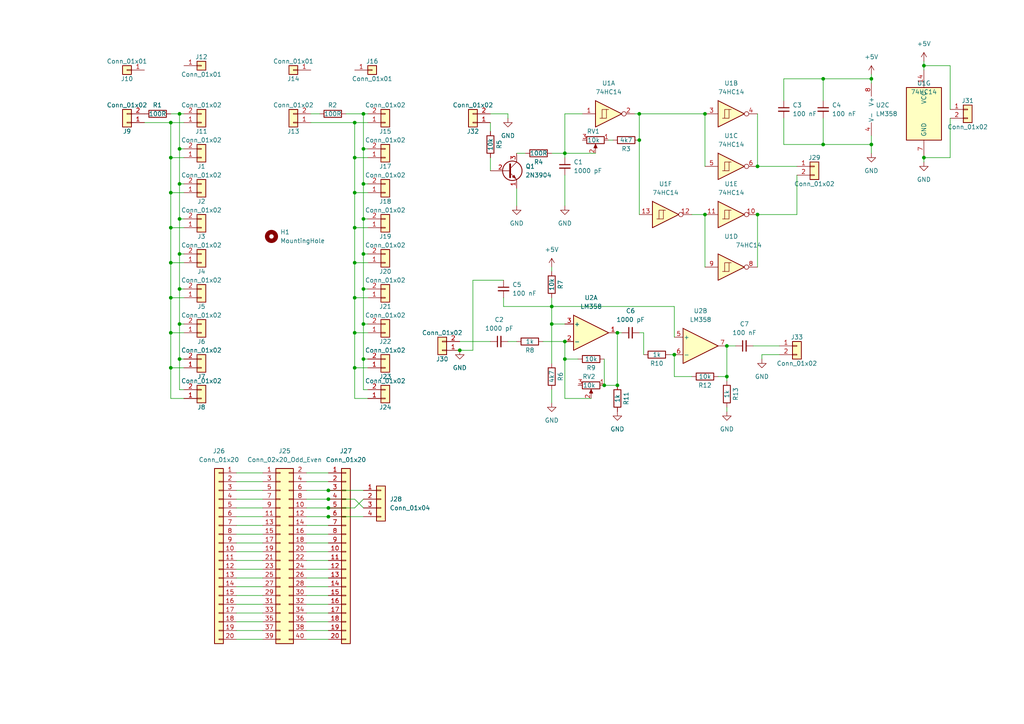
<source format=kicad_sch>
(kicad_sch (version 20230121) (generator eeschema)
  (paper "A4")
  (lib_symbols
    (symbol "74xx:74HC14" (pin_names (offset 1.016))
      (property "Reference" "U" (at 0 1.27 0))
      (property "Value" "74HC14" (at 0 -1.27 0))
      (symbol "74HC14_1_0"
        (polyline (pts (xy -3.81 3.81) (xy -3.81 -3.81) (xy 3.81 0) (xy -3.81 3.81)) (stroke (width 0.254)) (fill (type background)))
        (pin input line (at -7.62 0 0) (length 3.81) (name "~") (number "1"))
        (pin output inverted (at 7.62 0 180) (length 3.81) (name "~") (number "2"))
      )
      (symbol "74HC14_1_1"
        (polyline (pts (xy -1.905 -1.27) (xy -1.905 1.27) (xy -0.635 1.27)))
        (polyline (pts (xy -2.54 -1.27) (xy -0.635 -1.27) (xy -0.635 1.27) (xy 0 1.27)))
      )
      (symbol "74HC14_2_0"
        (polyline (pts (xy -3.81 3.81) (xy -3.81 -3.81) (xy 3.81 0) (xy -3.81 3.81)) (stroke (width 0.254)) (fill (type background)))
        (pin input line (at -7.62 0 0) (length 3.81) (name "~") (number "3"))
        (pin output inverted (at 7.62 0 180) (length 3.81) (name "~") (number "4"))
      )
      (symbol "74HC14_2_1"
        (polyline (pts (xy -1.905 -1.27) (xy -1.905 1.27) (xy -0.635 1.27)))
        (polyline (pts (xy -2.54 -1.27) (xy -0.635 -1.27) (xy -0.635 1.27) (xy 0 1.27)))
      )
      (symbol "74HC14_3_0"
        (polyline (pts (xy -3.81 3.81) (xy -3.81 -3.81) (xy 3.81 0) (xy -3.81 3.81)) (stroke (width 0.254)) (fill (type background)))
        (pin input line (at -7.62 0 0) (length 3.81) (name "~") (number "5"))
        (pin output inverted (at 7.62 0 180) (length 3.81) (name "~") (number "6"))
      )
      (symbol "74HC14_3_1"
        (polyline (pts (xy -1.905 -1.27) (xy -1.905 1.27) (xy -0.635 1.27)))
        (polyline (pts (xy -2.54 -1.27) (xy -0.635 -1.27) (xy -0.635 1.27) (xy 0 1.27)))
      )
      (symbol "74HC14_4_0"
        (polyline (pts (xy -3.81 3.81) (xy -3.81 -3.81) (xy 3.81 0) (xy -3.81 3.81)) (stroke (width 0.254)) (fill (type background)))
        (pin output inverted (at 7.62 0 180) (length 3.81) (name "~") (number "8"))
        (pin input line (at -7.62 0 0) (length 3.81) (name "~") (number "9"))
      )
      (symbol "74HC14_4_1"
        (polyline (pts (xy -1.905 -1.27) (xy -1.905 1.27) (xy -0.635 1.27)))
        (polyline (pts (xy -2.54 -1.27) (xy -0.635 -1.27) (xy -0.635 1.27) (xy 0 1.27)))
      )
      (symbol "74HC14_5_0"
        (polyline (pts (xy -3.81 3.81) (xy -3.81 -3.81) (xy 3.81 0) (xy -3.81 3.81)) (stroke (width 0.254)) (fill (type background)))
        (pin output inverted (at 7.62 0 180) (length 3.81) (name "~") (number "10"))
        (pin input line (at -7.62 0 0) (length 3.81) (name "~") (number "11"))
      )
      (symbol "74HC14_5_1"
        (polyline (pts (xy -1.905 -1.27) (xy -1.905 1.27) (xy -0.635 1.27)))
        (polyline (pts (xy -2.54 -1.27) (xy -0.635 -1.27) (xy -0.635 1.27) (xy 0 1.27)))
      )
      (symbol "74HC14_6_0"
        (polyline (pts (xy -3.81 3.81) (xy -3.81 -3.81) (xy 3.81 0) (xy -3.81 3.81)) (stroke (width 0.254)) (fill (type background)))
        (pin output inverted (at 7.62 0 180) (length 3.81) (name "~") (number "12"))
        (pin input line (at -7.62 0 0) (length 3.81) (name "~") (number "13"))
      )
      (symbol "74HC14_6_1"
        (polyline (pts (xy -1.905 -1.27) (xy -1.905 1.27) (xy -0.635 1.27)))
        (polyline (pts (xy -2.54 -1.27) (xy -0.635 -1.27) (xy -0.635 1.27) (xy 0 1.27)))
      )
      (symbol "74HC14_7_0"
        (pin power_in line (at 0 12.7 270) (length 5.08) (name "VCC") (number "14"))
        (pin power_in line (at 0 -12.7 90) (length 5.08) (name "GND") (number "7"))
      )
      (symbol "74HC14_7_1"
        (rectangle (start -5.08 7.62) (end 5.08 -7.62) (stroke (width 0.254)) (fill (type background)))
      )
    )
    (symbol "AdapterBoard-rescue:C_Small" (pin_numbers hide) (pin_names (offset 0.254) hide)
      (property "Reference" "C" (at 0.254 1.778 0))
      (property "Value" "C_Small" (at 0.254 -2.032 0))
      (symbol "C_Small_0_1"
        (polyline (pts (xy -1.524 -0.508) (xy 1.524 -0.508)) (stroke (width 0.3302)))
        (polyline (pts (xy -1.524 0.508) (xy 1.524 0.508)) (stroke (width 0.3048)))
      )
      (symbol "C_Small_1_1"
        (pin passive line (at 0 2.54 270) (length 2.032) (name "~") (number "1"))
        (pin passive line (at 0 -2.54 90) (length 2.032) (name "~") (number "2"))
      )
    )
    (symbol "AdapterBoard-rescue:Conn_01x01" (pin_names (offset 1.016) hide)
      (property "Reference" "J" (at 0 2.54 0))
      (property "Value" "Conn_01x01" (at 0 -2.54 0))
      (symbol "Conn_01x01_1_1"
        (rectangle (start -1.27 0.127) (end 0 -0.127) (stroke (width 0.1524)))
        (rectangle (start -1.27 1.27) (end 1.27 -1.27) (stroke (width 0.254)) (fill (type background)))
        (pin passive line (at -5.08 0 0) (length 3.81) (name "Pin_1") (number "1"))
      )
    )
    (symbol "AdapterBoard-rescue:Conn_01x02" (pin_names (offset 1.016) hide)
      (property "Reference" "J" (at 0 2.54 0))
      (property "Value" "Conn_01x02" (at 0 -5.08 0))
      (symbol "Conn_01x02_1_1"
        (rectangle (start -1.27 -2.413) (end 0 -2.667) (stroke (width 0.1524)))
        (rectangle (start -1.27 0.127) (end 0 -0.127) (stroke (width 0.1524)))
        (rectangle (start -1.27 1.27) (end 1.27 -3.81) (stroke (width 0.254)) (fill (type background)))
        (pin passive line (at -5.08 0 0) (length 3.81) (name "Pin_1") (number "1"))
        (pin passive line (at -5.08 -2.54 0) (length 3.81) (name "Pin_2") (number "2"))
      )
    )
    (symbol "AdapterBoard-rescue:Conn_01x04" (pin_names (offset 1.016) hide)
      (property "Reference" "J" (at 0 5.08 0))
      (property "Value" "Conn_01x04" (at 0 -7.62 0))
      (symbol "Conn_01x04_1_1"
        (rectangle (start -1.27 -4.953) (end 0 -5.207) (stroke (width 0.1524)))
        (rectangle (start -1.27 -2.413) (end 0 -2.667) (stroke (width 0.1524)))
        (rectangle (start -1.27 0.127) (end 0 -0.127) (stroke (width 0.1524)))
        (rectangle (start -1.27 2.667) (end 0 2.413) (stroke (width 0.1524)))
        (rectangle (start -1.27 3.81) (end 1.27 -6.35) (stroke (width 0.254)) (fill (type background)))
        (pin passive line (at -5.08 2.54 0) (length 3.81) (name "Pin_1") (number "1"))
        (pin passive line (at -5.08 0 0) (length 3.81) (name "Pin_2") (number "2"))
        (pin passive line (at -5.08 -2.54 0) (length 3.81) (name "Pin_3") (number "3"))
        (pin passive line (at -5.08 -5.08 0) (length 3.81) (name "Pin_4") (number "4"))
      )
    )
    (symbol "AdapterBoard-rescue:R" (pin_numbers hide) (pin_names (offset 0))
      (property "Reference" "R" (at 2.032 0 90))
      (property "Value" "R" (at 0 0 90))
      (symbol "R_0_1"
        (rectangle (start -1.016 -2.54) (end 1.016 2.54) (stroke (width 0.254)))
      )
      (symbol "R_1_1"
        (pin passive line (at 0 3.81 270) (length 1.27) (name "~") (number "1"))
        (pin passive line (at 0 -3.81 90) (length 1.27) (name "~") (number "2"))
      )
    )
    (symbol "Amplifier_Operational:LM358" (pin_names (offset 0.127))
      (property "Reference" "U" (at 0 5.08 0))
      (property "Value" "LM358" (at 0 -5.08 0))
      (symbol "LM358_1_1"
        (polyline (pts (xy -5.08 5.08) (xy 5.08 0) (xy -5.08 -5.08) (xy -5.08 5.08)) (stroke (width 0.254)) (fill (type background)))
        (pin output line (at 7.62 0 180) (length 2.54) (name "~") (number "1"))
        (pin input line (at -7.62 -2.54 0) (length 2.54) (name "-") (number "2"))
        (pin input line (at -7.62 2.54 0) (length 2.54) (name "+") (number "3"))
      )
      (symbol "LM358_2_1"
        (polyline (pts (xy -5.08 5.08) (xy 5.08 0) (xy -5.08 -5.08) (xy -5.08 5.08)) (stroke (width 0.254)) (fill (type background)))
        (pin input line (at -7.62 2.54 0) (length 2.54) (name "+") (number "5"))
        (pin input line (at -7.62 -2.54 0) (length 2.54) (name "-") (number "6"))
        (pin output line (at 7.62 0 180) (length 2.54) (name "~") (number "7"))
      )
      (symbol "LM358_3_1"
        (pin power_in line (at -2.54 -7.62 90) (length 3.81) (name "V-") (number "4"))
        (pin power_in line (at -2.54 7.62 270) (length 3.81) (name "V+") (number "8"))
      )
    )
    (symbol "Connector_Generic:Conn_01x20" (pin_names (offset 1.016) hide)
      (property "Reference" "J" (at 0 25.4 0))
      (property "Value" "Conn_01x20" (at 0 -27.94 0))
      (symbol "Conn_01x20_1_1"
        (rectangle (start -1.27 -25.273) (end 0 -25.527) (stroke (width 0.1524)))
        (rectangle (start -1.27 -22.733) (end 0 -22.987) (stroke (width 0.1524)))
        (rectangle (start -1.27 -20.193) (end 0 -20.447) (stroke (width 0.1524)))
        (rectangle (start -1.27 -17.653) (end 0 -17.907) (stroke (width 0.1524)))
        (rectangle (start -1.27 -15.113) (end 0 -15.367) (stroke (width 0.1524)))
        (rectangle (start -1.27 -12.573) (end 0 -12.827) (stroke (width 0.1524)))
        (rectangle (start -1.27 -10.033) (end 0 -10.287) (stroke (width 0.1524)))
        (rectangle (start -1.27 -7.493) (end 0 -7.747) (stroke (width 0.1524)))
        (rectangle (start -1.27 -4.953) (end 0 -5.207) (stroke (width 0.1524)))
        (rectangle (start -1.27 -2.413) (end 0 -2.667) (stroke (width 0.1524)))
        (rectangle (start -1.27 0.127) (end 0 -0.127) (stroke (width 0.1524)))
        (rectangle (start -1.27 2.667) (end 0 2.413) (stroke (width 0.1524)))
        (rectangle (start -1.27 5.207) (end 0 4.953) (stroke (width 0.1524)))
        (rectangle (start -1.27 7.747) (end 0 7.493) (stroke (width 0.1524)))
        (rectangle (start -1.27 10.287) (end 0 10.033) (stroke (width 0.1524)))
        (rectangle (start -1.27 12.827) (end 0 12.573) (stroke (width 0.1524)))
        (rectangle (start -1.27 15.367) (end 0 15.113) (stroke (width 0.1524)))
        (rectangle (start -1.27 17.907) (end 0 17.653) (stroke (width 0.1524)))
        (rectangle (start -1.27 20.447) (end 0 20.193) (stroke (width 0.1524)))
        (rectangle (start -1.27 22.987) (end 0 22.733) (stroke (width 0.1524)))
        (rectangle (start -1.27 24.13) (end 1.27 -26.67) (stroke (width 0.254)) (fill (type background)))
        (pin passive line (at -5.08 22.86 0) (length 3.81) (name "Pin_1") (number "1"))
        (pin passive line (at -5.08 0 0) (length 3.81) (name "Pin_10") (number "10"))
        (pin passive line (at -5.08 -2.54 0) (length 3.81) (name "Pin_11") (number "11"))
        (pin passive line (at -5.08 -5.08 0) (length 3.81) (name "Pin_12") (number "12"))
        (pin passive line (at -5.08 -7.62 0) (length 3.81) (name "Pin_13") (number "13"))
        (pin passive line (at -5.08 -10.16 0) (length 3.81) (name "Pin_14") (number "14"))
        (pin passive line (at -5.08 -12.7 0) (length 3.81) (name "Pin_15") (number "15"))
        (pin passive line (at -5.08 -15.24 0) (length 3.81) (name "Pin_16") (number "16"))
        (pin passive line (at -5.08 -17.78 0) (length 3.81) (name "Pin_17") (number "17"))
        (pin passive line (at -5.08 -20.32 0) (length 3.81) (name "Pin_18") (number "18"))
        (pin passive line (at -5.08 -22.86 0) (length 3.81) (name "Pin_19") (number "19"))
        (pin passive line (at -5.08 20.32 0) (length 3.81) (name "Pin_2") (number "2"))
        (pin passive line (at -5.08 -25.4 0) (length 3.81) (name "Pin_20") (number "20"))
        (pin passive line (at -5.08 17.78 0) (length 3.81) (name "Pin_3") (number "3"))
        (pin passive line (at -5.08 15.24 0) (length 3.81) (name "Pin_4") (number "4"))
        (pin passive line (at -5.08 12.7 0) (length 3.81) (name "Pin_5") (number "5"))
        (pin passive line (at -5.08 10.16 0) (length 3.81) (name "Pin_6") (number "6"))
        (pin passive line (at -5.08 7.62 0) (length 3.81) (name "Pin_7") (number "7"))
        (pin passive line (at -5.08 5.08 0) (length 3.81) (name "Pin_8") (number "8"))
        (pin passive line (at -5.08 2.54 0) (length 3.81) (name "Pin_9") (number "9"))
      )
    )
    (symbol "Connector_Generic:Conn_02x20_Odd_Even" (pin_names (offset 1.016) hide)
      (property "Reference" "J" (at 1.27 25.4 0))
      (property "Value" "Conn_02x20_Odd_Even" (at 1.27 -27.94 0))
      (symbol "Conn_02x20_Odd_Even_1_1"
        (rectangle (start -1.27 -25.273) (end 0 -25.527) (stroke (width 0.1524)))
        (rectangle (start -1.27 -22.733) (end 0 -22.987) (stroke (width 0.1524)))
        (rectangle (start -1.27 -20.193) (end 0 -20.447) (stroke (width 0.1524)))
        (rectangle (start -1.27 -17.653) (end 0 -17.907) (stroke (width 0.1524)))
        (rectangle (start -1.27 -15.113) (end 0 -15.367) (stroke (width 0.1524)))
        (rectangle (start -1.27 -12.573) (end 0 -12.827) (stroke (width 0.1524)))
        (rectangle (start -1.27 -10.033) (end 0 -10.287) (stroke (width 0.1524)))
        (rectangle (start -1.27 -7.493) (end 0 -7.747) (stroke (width 0.1524)))
        (rectangle (start -1.27 -4.953) (end 0 -5.207) (stroke (width 0.1524)))
        (rectangle (start -1.27 -2.413) (end 0 -2.667) (stroke (width 0.1524)))
        (rectangle (start -1.27 0.127) (end 0 -0.127) (stroke (width 0.1524)))
        (rectangle (start -1.27 2.667) (end 0 2.413) (stroke (width 0.1524)))
        (rectangle (start -1.27 5.207) (end 0 4.953) (stroke (width 0.1524)))
        (rectangle (start -1.27 7.747) (end 0 7.493) (stroke (width 0.1524)))
        (rectangle (start -1.27 10.287) (end 0 10.033) (stroke (width 0.1524)))
        (rectangle (start -1.27 12.827) (end 0 12.573) (stroke (width 0.1524)))
        (rectangle (start -1.27 15.367) (end 0 15.113) (stroke (width 0.1524)))
        (rectangle (start -1.27 17.907) (end 0 17.653) (stroke (width 0.1524)))
        (rectangle (start -1.27 20.447) (end 0 20.193) (stroke (width 0.1524)))
        (rectangle (start -1.27 22.987) (end 0 22.733) (stroke (width 0.1524)))
        (rectangle (start -1.27 24.13) (end 3.81 -26.67) (stroke (width 0.254)) (fill (type background)))
        (rectangle (start 3.81 -25.273) (end 2.54 -25.527) (stroke (width 0.1524)))
        (rectangle (start 3.81 -22.733) (end 2.54 -22.987) (stroke (width 0.1524)))
        (rectangle (start 3.81 -20.193) (end 2.54 -20.447) (stroke (width 0.1524)))
        (rectangle (start 3.81 -17.653) (end 2.54 -17.907) (stroke (width 0.1524)))
        (rectangle (start 3.81 -15.113) (end 2.54 -15.367) (stroke (width 0.1524)))
        (rectangle (start 3.81 -12.573) (end 2.54 -12.827) (stroke (width 0.1524)))
        (rectangle (start 3.81 -10.033) (end 2.54 -10.287) (stroke (width 0.1524)))
        (rectangle (start 3.81 -7.493) (end 2.54 -7.747) (stroke (width 0.1524)))
        (rectangle (start 3.81 -4.953) (end 2.54 -5.207) (stroke (width 0.1524)))
        (rectangle (start 3.81 -2.413) (end 2.54 -2.667) (stroke (width 0.1524)))
        (rectangle (start 3.81 0.127) (end 2.54 -0.127) (stroke (width 0.1524)))
        (rectangle (start 3.81 2.667) (end 2.54 2.413) (stroke (width 0.1524)))
        (rectangle (start 3.81 5.207) (end 2.54 4.953) (stroke (width 0.1524)))
        (rectangle (start 3.81 7.747) (end 2.54 7.493) (stroke (width 0.1524)))
        (rectangle (start 3.81 10.287) (end 2.54 10.033) (stroke (width 0.1524)))
        (rectangle (start 3.81 12.827) (end 2.54 12.573) (stroke (width 0.1524)))
        (rectangle (start 3.81 15.367) (end 2.54 15.113) (stroke (width 0.1524)))
        (rectangle (start 3.81 17.907) (end 2.54 17.653) (stroke (width 0.1524)))
        (rectangle (start 3.81 20.447) (end 2.54 20.193) (stroke (width 0.1524)))
        (rectangle (start 3.81 22.987) (end 2.54 22.733) (stroke (width 0.1524)))
        (pin passive line (at -5.08 22.86 0) (length 3.81) (name "Pin_1") (number "1"))
        (pin passive line (at 7.62 12.7 180) (length 3.81) (name "Pin_10") (number "10"))
        (pin passive line (at -5.08 10.16 0) (length 3.81) (name "Pin_11") (number "11"))
        (pin passive line (at 7.62 10.16 180) (length 3.81) (name "Pin_12") (number "12"))
        (pin passive line (at -5.08 7.62 0) (length 3.81) (name "Pin_13") (number "13"))
        (pin passive line (at 7.62 7.62 180) (length 3.81) (name "Pin_14") (number "14"))
        (pin passive line (at -5.08 5.08 0) (length 3.81) (name "Pin_15") (number "15"))
        (pin passive line (at 7.62 5.08 180) (length 3.81) (name "Pin_16") (number "16"))
        (pin passive line (at -5.08 2.54 0) (length 3.81) (name "Pin_17") (number "17"))
        (pin passive line (at 7.62 2.54 180) (length 3.81) (name "Pin_18") (number "18"))
        (pin passive line (at -5.08 0 0) (length 3.81) (name "Pin_19") (number "19"))
        (pin passive line (at 7.62 22.86 180) (length 3.81) (name "Pin_2") (number "2"))
        (pin passive line (at 7.62 0 180) (length 3.81) (name "Pin_20") (number "20"))
        (pin passive line (at -5.08 -2.54 0) (length 3.81) (name "Pin_21") (number "21"))
        (pin passive line (at 7.62 -2.54 180) (length 3.81) (name "Pin_22") (number "22"))
        (pin passive line (at -5.08 -5.08 0) (length 3.81) (name "Pin_23") (number "23"))
        (pin passive line (at 7.62 -5.08 180) (length 3.81) (name "Pin_24") (number "24"))
        (pin passive line (at -5.08 -7.62 0) (length 3.81) (name "Pin_25") (number "25"))
        (pin passive line (at 7.62 -7.62 180) (length 3.81) (name "Pin_26") (number "26"))
        (pin passive line (at -5.08 -10.16 0) (length 3.81) (name "Pin_27") (number "27"))
        (pin passive line (at 7.62 -10.16 180) (length 3.81) (name "Pin_28") (number "28"))
        (pin passive line (at -5.08 -12.7 0) (length 3.81) (name "Pin_29") (number "29"))
        (pin passive line (at -5.08 20.32 0) (length 3.81) (name "Pin_3") (number "3"))
        (pin passive line (at 7.62 -12.7 180) (length 3.81) (name "Pin_30") (number "30"))
        (pin passive line (at -5.08 -15.24 0) (length 3.81) (name "Pin_31") (number "31"))
        (pin passive line (at 7.62 -15.24 180) (length 3.81) (name "Pin_32") (number "32"))
        (pin passive line (at -5.08 -17.78 0) (length 3.81) (name "Pin_33") (number "33"))
        (pin passive line (at 7.62 -17.78 180) (length 3.81) (name "Pin_34") (number "34"))
        (pin passive line (at -5.08 -20.32 0) (length 3.81) (name "Pin_35") (number "35"))
        (pin passive line (at 7.62 -20.32 180) (length 3.81) (name "Pin_36") (number "36"))
        (pin passive line (at -5.08 -22.86 0) (length 3.81) (name "Pin_37") (number "37"))
        (pin passive line (at 7.62 -22.86 180) (length 3.81) (name "Pin_38") (number "38"))
        (pin passive line (at -5.08 -25.4 0) (length 3.81) (name "Pin_39") (number "39"))
        (pin passive line (at 7.62 20.32 180) (length 3.81) (name "Pin_4") (number "4"))
        (pin passive line (at 7.62 -25.4 180) (length 3.81) (name "Pin_40") (number "40"))
        (pin passive line (at -5.08 17.78 0) (length 3.81) (name "Pin_5") (number "5"))
        (pin passive line (at 7.62 17.78 180) (length 3.81) (name "Pin_6") (number "6"))
        (pin passive line (at -5.08 15.24 0) (length 3.81) (name "Pin_7") (number "7"))
        (pin passive line (at 7.62 15.24 180) (length 3.81) (name "Pin_8") (number "8"))
        (pin passive line (at -5.08 12.7 0) (length 3.81) (name "Pin_9") (number "9"))
      )
    )
    (symbol "Device:R_Potentiometer" (pin_names (offset 1.016) hide)
      (property "Reference" "RV" (at -4.445 0 90))
      (property "Value" "R_Potentiometer" (at -2.54 0 90))
      (symbol "R_Potentiometer_0_1"
        (polyline (pts (xy 2.54 0) (xy 1.524 0)))
        (polyline (pts (xy 1.143 0) (xy 2.286 0.508) (xy 2.286 -0.508) (xy 1.143 0)) (fill (type outline)))
        (rectangle (start 1.016 2.54) (end -1.016 -2.54) (stroke (width 0.254)))
      )
      (symbol "R_Potentiometer_1_1"
        (pin passive line (at 0 3.81 270) (length 1.27) (name "1") (number "1"))
        (pin passive line (at 3.81 0 180) (length 1.27) (name "2") (number "2"))
        (pin passive line (at 0 -3.81 90) (length 1.27) (name "3") (number "3"))
      )
    )
    (symbol "Mechanical:MountingHole" (pin_names (offset 1.016))
      (property "Reference" "H" (at 0 5.08 0))
      (property "Value" "MountingHole" (at 0 3.175 0))
      (symbol "MountingHole_0_1"
        (circle (center 0 0) (radius 1.27) (stroke (width 1.27)))
      )
    )
    (symbol "Transistor_BJT:2N3904" (pin_names (offset 0) hide)
      (property "Reference" "Q" (at 5.08 1.905 0))
      (property "Value" "2N3904" (at 5.08 0 0))
      (symbol "2N3904_0_1"
        (polyline (pts (xy 0.635 0.635) (xy 2.54 2.54)))
        (polyline (pts (xy 0.635 -0.635) (xy 2.54 -2.54) (xy 2.54 -2.54)))
        (polyline (pts (xy 0.635 1.905) (xy 0.635 -1.905) (xy 0.635 -1.905)) (stroke (width 0.508)))
        (polyline (pts (xy 1.27 -1.778) (xy 1.778 -1.27) (xy 2.286 -2.286) (xy 1.27 -1.778) (xy 1.27 -1.778)) (fill (type outline)))
        (circle (center 1.27 0) (radius 2.8194) (stroke (width 0.254)))
      )
      (symbol "2N3904_1_1"
        (pin passive line (at 2.54 -5.08 90) (length 2.54) (name "E") (number "1"))
        (pin passive line (at -5.08 0 0) (length 5.715) (name "B") (number "2"))
        (pin passive line (at 2.54 5.08 270) (length 2.54) (name "C") (number "3"))
      )
    )
    (symbol "power:+5V" (power) (pin_names (offset 0))
      (property "Value" "+5V" (at 0 3.556 0))
      (symbol "+5V_0_1"
        (polyline (pts (xy -0.762 1.27) (xy 0 2.54)))
        (polyline (pts (xy 0 0) (xy 0 2.54)))
        (polyline (pts (xy 0 2.54) (xy 0.762 1.27)))
      )
      (symbol "+5V_1_1"
        (pin power_in line (at 0 0 90) (length 0) hide (name "+5V") (number "1"))
      )
    )
    (symbol "power:GND" (power) (pin_names (offset 0))
      (property "Value" "GND" (at 0 -3.81 0))
      (symbol "GND_0_1"
        (polyline (pts (xy 0 0) (xy 0 -1.27) (xy 1.27 -1.27) (xy 0 -2.54) (xy -1.27 -1.27) (xy 0 -1.27)))
      )
      (symbol "GND_1_1"
        (pin power_in line (at 0 0 270) (length 0) hide (name "GND") (number "1"))
      )
    )
  )
  (junction (at 49.53 35.56))
  (junction (at 95.25 144.78))
  (junction (at 204.47 62.23))
  (junction (at 102.87 86.36))
  (junction (at 105.41 73.66))
  (junction (at 52.07 63.5))
  (junction (at 49.53 106.68))
  (junction (at 105.41 33.02))
  (junction (at 105.41 63.5))
  (junction (at 267.97 45.72))
  (junction (at 133.35 101.6))
  (junction (at 52.07 33.02))
  (junction (at 95.25 142.24))
  (junction (at 219.71 48.26))
  (junction (at 49.53 86.36))
  (junction (at 49.53 55.88))
  (junction (at 163.83 104.14))
  (junction (at 105.41 43.18))
  (junction (at 102.87 45.72))
  (junction (at 210.82 109.22))
  (junction (at 105.41 83.82))
  (junction (at 252.73 41.91))
  (junction (at 238.76 41.91))
  (junction (at 102.87 96.52))
  (junction (at 210.82 100.33))
  (junction (at 163.83 44.45))
  (junction (at 105.41 104.14))
  (junction (at 49.53 96.52))
  (junction (at 52.07 83.82))
  (junction (at 102.87 76.2))
  (junction (at 102.87 35.56))
  (junction (at 267.97 19.05))
  (junction (at 52.07 43.18))
  (junction (at 160.02 88.9))
  (junction (at 105.41 93.98))
  (junction (at 179.07 96.52))
  (junction (at 52.07 93.98))
  (junction (at 175.26 111.76))
  (junction (at 102.87 106.68))
  (junction (at 204.47 33.02))
  (junction (at 52.07 104.14))
  (junction (at 105.41 53.34))
  (junction (at 219.71 62.23))
  (junction (at 179.07 111.76))
  (junction (at 52.07 53.34))
  (junction (at 160.02 93.98))
  (junction (at 95.25 149.86))
  (junction (at 52.07 73.66))
  (junction (at 238.76 22.86))
  (junction (at 49.53 45.72))
  (junction (at 49.53 76.2))
  (junction (at 102.87 55.88))
  (junction (at 163.83 99.06))
  (junction (at 185.42 40.64))
  (junction (at 252.73 22.86))
  (junction (at 195.58 102.87))
  (junction (at 185.42 33.02))
  (junction (at 49.53 66.04))
  (junction (at 95.25 147.32))
  (junction (at 102.87 66.04))
  (wire (pts (xy 68.58 175.26) (xy 76.2 175.26)))
  (wire (pts (xy 175.26 104.14) (xy 175.26 111.76)))
  (wire (pts (xy 147.32 99.06) (xy 149.86 99.06)))
  (wire (pts (xy 163.83 99.06) (xy 163.83 104.14)))
  (wire (pts (xy 52.07 63.5) (xy 53.34 63.5)))
  (wire (pts (xy 105.41 93.98) (xy 105.41 104.14)))
  (wire (pts (xy 49.53 33.02) (xy 52.07 33.02)))
  (wire (pts (xy 88.9 182.88) (xy 95.25 182.88)))
  (wire (pts (xy 68.58 162.56) (xy 76.2 162.56)))
  (wire (pts (xy 52.07 83.82) (xy 52.07 93.98)))
  (wire (pts (xy 105.41 53.34) (xy 106.68 53.34)))
  (wire (pts (xy 252.73 21.59) (xy 252.73 22.86)))
  (wire (pts (xy 102.87 86.36) (xy 102.87 96.52)))
  (wire (pts (xy 105.41 73.66) (xy 106.68 73.66)))
  (wire (pts (xy 49.53 35.56) (xy 41.91 35.56)))
  (wire (pts (xy 88.9 147.32) (xy 95.25 147.32)))
  (wire (pts (xy 53.34 43.18) (xy 52.07 43.18)))
  (wire (pts (xy 68.58 139.7) (xy 76.2 139.7)))
  (wire (pts (xy 146.05 88.9) (xy 160.02 88.9)))
  (wire (pts (xy 105.41 33.02) (xy 106.68 33.02)))
  (wire (pts (xy 49.53 96.52) (xy 49.53 106.68)))
  (wire (pts (xy 88.9 172.72) (xy 95.25 172.72)))
  (wire (pts (xy 88.9 152.4) (xy 95.25 152.4)))
  (wire (pts (xy 49.53 76.2) (xy 49.53 86.36)))
  (wire (pts (xy 210.82 100.33) (xy 213.36 100.33)))
  (wire (pts (xy 105.41 53.34) (xy 105.41 63.5)))
  (wire (pts (xy 252.73 22.86) (xy 252.73 24.13)))
  (wire (pts (xy 88.9 185.42) (xy 95.25 185.42)))
  (wire (pts (xy 52.07 73.66) (xy 53.34 73.66)))
  (wire (pts (xy 95.25 149.86) (xy 105.41 149.86)))
  (wire (pts (xy 88.9 165.1) (xy 95.25 165.1)))
  (wire (pts (xy 95.25 147.32) (xy 102.87 147.32)))
  (wire (pts (xy 105.41 43.18) (xy 105.41 53.34)))
  (wire (pts (xy 137.16 81.28) (xy 146.05 81.28)))
  (wire (pts (xy 88.9 175.26) (xy 95.25 175.26)))
  (wire (pts (xy 105.41 73.66) (xy 105.41 83.82)))
  (wire (pts (xy 133.35 99.06) (xy 142.24 99.06)))
  (wire (pts (xy 88.9 144.78) (xy 95.25 144.78)))
  (wire (pts (xy 100.33 33.02) (xy 105.41 33.02)))
  (wire (pts (xy 68.58 160.02) (xy 76.2 160.02)))
  (wire (pts (xy 102.87 66.04) (xy 106.68 66.04)))
  (wire (pts (xy 105.41 63.5) (xy 105.41 73.66)))
  (wire (pts (xy 185.42 96.52) (xy 186.69 96.52)))
  (wire (pts (xy 226.06 102.87) (xy 220.98 102.87)))
  (wire (pts (xy 52.07 53.34) (xy 53.34 53.34)))
  (wire (pts (xy 160.02 93.98) (xy 163.83 93.98)))
  (wire (pts (xy 88.9 177.8) (xy 95.25 177.8)))
  (wire (pts (xy 227.33 41.91) (xy 238.76 41.91)))
  (wire (pts (xy 163.83 115.57) (xy 171.45 115.57)))
  (wire (pts (xy 105.41 104.14) (xy 106.68 104.14)))
  (wire (pts (xy 102.87 76.2) (xy 102.87 86.36)))
  (wire (pts (xy 49.53 76.2) (xy 53.34 76.2)))
  (wire (pts (xy 179.07 111.76) (xy 175.26 111.76)))
  (wire (pts (xy 163.83 33.02) (xy 168.91 33.02)))
  (wire (pts (xy 52.07 93.98) (xy 53.34 93.98)))
  (wire (pts (xy 88.9 139.7) (xy 95.25 139.7)))
  (wire (pts (xy 49.53 66.04) (xy 53.34 66.04)))
  (wire (pts (xy 163.83 33.02) (xy 163.83 44.45)))
  (wire (pts (xy 68.58 142.24) (xy 76.2 142.24)))
  (wire (pts (xy 68.58 157.48) (xy 76.2 157.48)))
  (wire (pts (xy 210.82 109.22) (xy 208.28 109.22)))
  (wire (pts (xy 68.58 177.8) (xy 76.2 177.8)))
  (wire (pts (xy 204.47 62.23) (xy 204.47 77.47)))
  (wire (pts (xy 105.41 83.82) (xy 105.41 93.98)))
  (wire (pts (xy 160.02 88.9) (xy 195.58 88.9)))
  (wire (pts (xy 195.58 102.87) (xy 195.58 109.22)))
  (wire (pts (xy 184.15 33.02) (xy 185.42 33.02)))
  (wire (pts (xy 95.25 144.78) (xy 102.87 144.78)))
  (wire (pts (xy 210.82 109.22) (xy 210.82 110.49)))
  (wire (pts (xy 275.59 19.05) (xy 275.59 31.75)))
  (wire (pts (xy 49.53 55.88) (xy 49.53 66.04)))
  (wire (pts (xy 49.53 55.88) (xy 53.34 55.88)))
  (wire (pts (xy 49.53 106.68) (xy 53.34 106.68)))
  (wire (pts (xy 163.83 59.69) (xy 163.83 50.8)))
  (wire (pts (xy 219.71 33.02) (xy 219.71 48.26)))
  (wire (pts (xy 195.58 109.22) (xy 200.66 109.22)))
  (wire (pts (xy 147.32 34.29) (xy 147.32 33.02)))
  (wire (pts (xy 105.41 33.02) (xy 105.41 43.18)))
  (wire (pts (xy 238.76 22.86) (xy 252.73 22.86)))
  (wire (pts (xy 102.87 76.2) (xy 106.68 76.2)))
  (wire (pts (xy 52.07 43.18) (xy 52.07 53.34)))
  (wire (pts (xy 88.9 170.18) (xy 95.25 170.18)))
  (wire (pts (xy 163.83 104.14) (xy 163.83 115.57)))
  (wire (pts (xy 49.53 86.36) (xy 49.53 96.52)))
  (wire (pts (xy 88.9 180.34) (xy 95.25 180.34)))
  (wire (pts (xy 220.98 102.87) (xy 220.98 104.14)))
  (wire (pts (xy 49.53 35.56) (xy 49.53 45.72)))
  (wire (pts (xy 52.07 113.03) (xy 53.34 113.03)))
  (wire (pts (xy 219.71 62.23) (xy 219.71 77.47)))
  (wire (pts (xy 102.87 106.68) (xy 106.68 106.68)))
  (wire (pts (xy 52.07 104.14) (xy 52.07 113.03)))
  (wire (pts (xy 88.9 160.02) (xy 95.25 160.02)))
  (wire (pts (xy 267.97 45.72) (xy 275.59 45.72)))
  (wire (pts (xy 68.58 147.32) (xy 76.2 147.32)))
  (wire (pts (xy 163.83 104.14) (xy 167.64 104.14)))
  (wire (pts (xy 105.41 113.03) (xy 106.68 113.03)))
  (wire (pts (xy 49.53 106.68) (xy 49.53 115.57)))
  (wire (pts (xy 88.9 162.56) (xy 95.25 162.56)))
  (wire (pts (xy 102.87 115.57) (xy 106.68 115.57)))
  (wire (pts (xy 204.47 33.02) (xy 204.47 48.26)))
  (wire (pts (xy 160.02 113.03) (xy 160.02 116.84)))
  (wire (pts (xy 52.07 93.98) (xy 52.07 104.14)))
  (wire (pts (xy 210.82 118.11) (xy 210.82 119.38)))
  (wire (pts (xy 68.58 170.18) (xy 76.2 170.18)))
  (wire (pts (xy 88.9 157.48) (xy 95.25 157.48)))
  (wire (pts (xy 52.07 33.02) (xy 52.07 43.18)))
  (wire (pts (xy 102.87 96.52) (xy 102.87 106.68)))
  (wire (pts (xy 102.87 106.68) (xy 102.87 115.57)))
  (wire (pts (xy 160.02 105.41) (xy 160.02 93.98)))
  (wire (pts (xy 231.14 62.23) (xy 219.71 62.23)))
  (wire (pts (xy 179.07 96.52) (xy 179.07 111.76)))
  (wire (pts (xy 88.9 167.64) (xy 95.25 167.64)))
  (wire (pts (xy 90.17 33.02) (xy 92.71 33.02)))
  (wire (pts (xy 163.83 44.45) (xy 163.83 45.72)))
  (wire (pts (xy 227.33 34.29) (xy 227.33 41.91)))
  (wire (pts (xy 160.02 44.45) (xy 163.83 44.45)))
  (wire (pts (xy 68.58 165.1) (xy 76.2 165.1)))
  (wire (pts (xy 231.14 50.8) (xy 231.14 62.23)))
  (wire (pts (xy 275.59 45.72) (xy 275.59 34.29)))
  (wire (pts (xy 52.07 83.82) (xy 53.34 83.82)))
  (wire (pts (xy 227.33 29.21) (xy 227.33 22.86)))
  (wire (pts (xy 149.86 54.61) (xy 149.86 59.69)))
  (wire (pts (xy 252.73 41.91) (xy 252.73 44.45)))
  (wire (pts (xy 49.53 96.52) (xy 53.34 96.52)))
  (wire (pts (xy 267.97 19.05) (xy 267.97 20.32)))
  (wire (pts (xy 142.24 35.56) (xy 142.24 38.1)))
  (wire (pts (xy 267.97 46.99) (xy 267.97 45.72)))
  (wire (pts (xy 227.33 22.86) (xy 238.76 22.86)))
  (wire (pts (xy 102.87 35.56) (xy 90.17 35.56)))
  (wire (pts (xy 194.31 102.87) (xy 195.58 102.87)))
  (wire (pts (xy 106.68 35.56) (xy 102.87 35.56)))
  (wire (pts (xy 105.41 83.82) (xy 106.68 83.82)))
  (wire (pts (xy 68.58 185.42) (xy 76.2 185.42)))
  (wire (pts (xy 68.58 154.94) (xy 76.2 154.94)))
  (wire (pts (xy 88.9 137.16) (xy 95.25 137.16)))
  (wire (pts (xy 52.07 33.02) (xy 53.34 33.02)))
  (wire (pts (xy 163.83 44.45) (xy 172.72 44.45)))
  (wire (pts (xy 105.41 147.32) (xy 102.87 144.78)))
  (wire (pts (xy 160.02 86.36) (xy 160.02 88.9)))
  (wire (pts (xy 105.41 144.78) (xy 102.87 147.32)))
  (wire (pts (xy 52.07 104.14) (xy 53.34 104.14)))
  (wire (pts (xy 160.02 77.47) (xy 160.02 78.74)))
  (wire (pts (xy 88.9 142.24) (xy 95.25 142.24)))
  (wire (pts (xy 52.07 53.34) (xy 52.07 63.5)))
  (wire (pts (xy 95.25 142.24) (xy 105.41 142.24)))
  (wire (pts (xy 68.58 149.86) (xy 76.2 149.86)))
  (wire (pts (xy 68.58 137.16) (xy 76.2 137.16)))
  (wire (pts (xy 106.68 43.18) (xy 105.41 43.18)))
  (wire (pts (xy 49.53 45.72) (xy 53.34 45.72)))
  (wire (pts (xy 105.41 104.14) (xy 105.41 113.03)))
  (wire (pts (xy 52.07 63.5) (xy 52.07 73.66)))
  (wire (pts (xy 160.02 88.9) (xy 160.02 93.98)))
  (wire (pts (xy 102.87 96.52) (xy 106.68 96.52)))
  (wire (pts (xy 102.87 86.36) (xy 106.68 86.36)))
  (wire (pts (xy 200.66 62.23) (xy 204.47 62.23)))
  (wire (pts (xy 68.58 167.64) (xy 76.2 167.64)))
  (wire (pts (xy 179.07 96.52) (xy 180.34 96.52)))
  (wire (pts (xy 102.87 45.72) (xy 106.68 45.72)))
  (wire (pts (xy 157.48 99.06) (xy 163.83 99.06)))
  (wire (pts (xy 49.53 115.57) (xy 53.34 115.57)))
  (wire (pts (xy 149.86 44.45) (xy 152.4 44.45)))
  (wire (pts (xy 88.9 154.94) (xy 95.25 154.94)))
  (wire (pts (xy 102.87 35.56) (xy 102.87 45.72)))
  (wire (pts (xy 146.05 86.36) (xy 146.05 88.9)))
  (wire (pts (xy 238.76 41.91) (xy 252.73 41.91)))
  (wire (pts (xy 185.42 40.64) (xy 185.42 62.23)))
  (wire (pts (xy 102.87 45.72) (xy 102.87 55.88)))
  (wire (pts (xy 142.24 45.72) (xy 142.24 49.53)))
  (wire (pts (xy 68.58 172.72) (xy 76.2 172.72)))
  (wire (pts (xy 49.53 45.72) (xy 49.53 55.88)))
  (wire (pts (xy 238.76 34.29) (xy 238.76 41.91)))
  (wire (pts (xy 68.58 182.88) (xy 76.2 182.88)))
  (wire (pts (xy 68.58 180.34) (xy 76.2 180.34)))
  (wire (pts (xy 185.42 33.02) (xy 185.42 40.64)))
  (wire (pts (xy 52.07 73.66) (xy 52.07 83.82)))
  (wire (pts (xy 68.58 144.78) (xy 76.2 144.78)))
  (wire (pts (xy 219.71 48.26) (xy 231.14 48.26)))
  (wire (pts (xy 105.41 93.98) (xy 106.68 93.98)))
  (wire (pts (xy 102.87 55.88) (xy 102.87 66.04)))
  (wire (pts (xy 195.58 88.9) (xy 195.58 97.79)))
  (wire (pts (xy 49.53 66.04) (xy 49.53 76.2)))
  (wire (pts (xy 176.53 40.64) (xy 177.8 40.64)))
  (wire (pts (xy 185.42 33.02) (xy 204.47 33.02)))
  (wire (pts (xy 252.73 39.37) (xy 252.73 41.91)))
  (wire (pts (xy 133.35 101.6) (xy 137.16 101.6)))
  (wire (pts (xy 102.87 66.04) (xy 102.87 76.2)))
  (wire (pts (xy 49.53 86.36) (xy 53.34 86.36)))
  (wire (pts (xy 53.34 35.56) (xy 49.53 35.56)))
  (wire (pts (xy 238.76 29.21) (xy 238.76 22.86)))
  (wire (pts (xy 137.16 101.6) (xy 137.16 81.28)))
  (wire (pts (xy 267.97 17.78) (xy 267.97 19.05)))
  (wire (pts (xy 147.32 33.02) (xy 142.24 33.02)))
  (wire (pts (xy 105.41 63.5) (xy 106.68 63.5)))
  (wire (pts (xy 68.58 152.4) (xy 76.2 152.4)))
  (wire (pts (xy 218.44 100.33) (xy 226.06 100.33)))
  (wire (pts (xy 102.87 55.88) (xy 106.68 55.88)))
  (wire (pts (xy 88.9 149.86) (xy 95.25 149.86)))
  (wire (pts (xy 267.97 19.05) (xy 275.59 19.05)))
  (wire (pts (xy 186.69 96.52) (xy 186.69 102.87)))
  (wire (pts (xy 210.82 100.33) (xy 210.82 109.22)))
  (symbol (lib_id "AdapterBoard-rescue:Conn_01x02") (at 36.83 35.56 180) (unit 1)
    (property "Reference" "J9" (at 36.83 38.1 0))
    (property "Value" "Conn_01x02" (at 36.83 30.48 0))
    (property "Footprint" "TerminalBlock:TerminalBlock_bornier-2_P5.08mm" (effects hide))
  )
  (symbol (lib_id "AdapterBoard-rescue:Conn_01x02") (at 58.42 35.56 0) (mirror x) (unit 1)
    (property "Reference" "J11" (at 58.42 38.1 0))
    (property "Value" "Conn_01x02" (at 58.42 30.48 0))
    (property "Footprint" "AdapterBoard:UltrasoundTransceiver" (effects hide))
  )
  (symbol (lib_id "AdapterBoard-rescue:Conn_01x02") (at 85.09 35.56 180) (unit 1)
    (property "Reference" "J13" (at 85.09 38.1 0))
    (property "Value" "Conn_01x02" (at 85.09 30.48 0))
    (property "Footprint" "TerminalBlock:TerminalBlock_bornier-2_P5.08mm" (effects hide))
  )
  (symbol (lib_id "AdapterBoard-rescue:Conn_01x01") (at 36.83 20.32 180) (unit 1)
    (property "Reference" "J10" (at 36.83 22.86 0))
    (property "Value" "Conn_01x01" (at 36.83 17.78 0))
    (property "Footprint" "AdapterBoard:BlankMountingHole3.2" (effects hide))
  )
  (symbol (lib_id "AdapterBoard-rescue:Conn_01x01") (at 58.42 19.05 0) (unit 1)
    (property "Reference" "J12" (at 58.42 16.51 0))
    (property "Value" "Conn_01x01" (at 58.42 21.59 0))
    (property "Footprint" "AdapterBoard:BlankMountingHole3.2" (effects hide))
  )
  (symbol (lib_id "AdapterBoard-rescue:Conn_01x01") (at 85.09 20.32 180) (unit 1)
    (property "Reference" "J14" (at 85.09 22.86 0))
    (property "Value" "Conn_01x01" (at 85.09 17.78 0))
    (property "Footprint" "AdapterBoard:BlankMountingHole3.2" (effects hide))
  )
  (symbol (lib_id "AdapterBoard-rescue:Conn_01x01") (at 107.95 20.32 0) (unit 1)
    (property "Reference" "J16" (at 107.95 17.78 0))
    (property "Value" "Conn_01x01" (at 107.95 22.86 0))
    (property "Footprint" "AdapterBoard:BlankMountingHole3.2" (effects hide))
  )
  (symbol (lib_id "AdapterBoard-rescue:Conn_01x02") (at 58.42 86.36 0) (mirror x) (unit 1)
    (property "Reference" "J5" (at 58.42 88.9 0))
    (property "Value" "Conn_01x02" (at 58.42 81.28 0))
    (property "Footprint" "AdapterBoard:UltrasoundTransceiver" (effects hide))
  )
  (symbol (lib_id "Amplifier_Operational:LM358") (at 255.27 31.75 0) (unit 3)
    (property "Reference" "U2" (at 254 30.48 0) (effects (justify left)))
    (property "Value" "LM358" (at 254 33.02 0) (effects (justify left)))
    (property "Footprint" "Package_DIP:DIP-8_W7.62mm_Socket" (effects hide))
    (property "Datasheet" "http://www.ti.com/lit/ds/symlink/lm2904-n.pdf" (effects hide))
  )
  (symbol (lib_id "AdapterBoard-rescue:Conn_01x02") (at 231.14 100.33 0) (unit 1)
    (property "Reference" "J33" (at 231.14 97.79 0))
    (property "Value" "Conn_01x02" (at 231.14 105.41 0))
    (property "Footprint" "Connector_PinHeader_2.54mm:PinHeader_1x02_P2.54mm_Vertical" (effects hide))
  )
  (symbol (lib_id "power:GND") (at 147.32 34.29 0) (unit 1)
    (property "Reference" "#PWR08" (effects hide))
    (property "Value" "GND" (at 147.32 39.37 0))
  )
  (symbol (lib_id "74xx:74HC14") (at 193.04 62.23 0) (unit 6)
    (property "Reference" "U1" (at 193.04 53.34 0))
    (property "Value" "74HC14" (at 193.04 55.88 0))
    (property "Footprint" "Package_DIP:DIP-14_W7.62mm_Socket" (effects hide))
    (property "Datasheet" "http://www.ti.com/lit/gpn/sn74HC14" (effects hide))
  )
  (symbol (lib_id "AdapterBoard-rescue:R") (at 181.61 40.64 270) (unit 1)
    (property "Reference" "R3" (at 181.61 43.18 90))
    (property "Value" "4k7" (at 181.61 40.64 90))
    (property "Footprint" "Resistor_THT:R_Axial_DIN0207_L6.3mm_D2.5mm_P7.62mm_Horizontal" (effects hide))
  )
  (symbol (lib_id "AdapterBoard-rescue:C_Small") (at 146.05 83.82 0) (unit 1)
    (property "Reference" "C5" (at 148.59 82.5563 0) (effects (justify left)))
    (property "Value" "100 nF" (at 148.59 85.0963 0) (effects (justify left)))
    (property "Footprint" "Capacitor_THT:C_Disc_D5.0mm_W2.5mm_P5.00mm" (effects hide))
  )
  (symbol (lib_id "74xx:74HC14") (at 267.97 33.02 0) (unit 7)
    (property "Reference" "U1" (at 267.97 24.13 0))
    (property "Value" "74HC14" (at 267.97 26.67 0))
    (property "Footprint" "Package_DIP:DIP-14_W7.62mm_Socket" (effects hide))
    (property "Datasheet" "http://www.ti.com/lit/gpn/sn74HC14" (effects hide))
  )
  (symbol (lib_id "Amplifier_Operational:LM358") (at 171.45 96.52 0) (unit 1)
    (property "Reference" "U2" (at 171.45 86.36 0))
    (property "Value" "LM358" (at 171.45 88.9 0))
    (property "Footprint" "Package_DIP:DIP-8_W7.62mm_Socket" (effects hide))
    (property "Datasheet" "http://www.ti.com/lit/ds/symlink/lm2904-n.pdf" (effects hide))
  )
  (symbol (lib_id "AdapterBoard-rescue:Conn_01x02") (at 111.76 35.56 0) (mirror x) (unit 1)
    (property "Reference" "J15" (at 111.76 38.1 0))
    (property "Value" "Conn_01x02" (at 111.76 30.48 0))
    (property "Footprint" "AdapterBoard:UltrasoundTransceiver" (effects hide))
  )
  (symbol (lib_id "AdapterBoard-rescue:C_Small") (at 227.33 31.75 0) (unit 1)
    (property "Reference" "C3" (at 229.87 30.4863 0) (effects (justify left)))
    (property "Value" "100 nF" (at 229.87 33.0263 0) (effects (justify left)))
    (property "Footprint" "Capacitor_THT:C_Disc_D5.0mm_W2.5mm_P5.00mm" (effects hide))
  )
  (symbol (lib_id "AdapterBoard-rescue:Conn_01x02") (at 58.42 115.57 0) (mirror x) (unit 1)
    (property "Reference" "J8" (at 58.42 118.11 0))
    (property "Value" "Conn_01x02" (at 58.42 110.49 0))
    (property "Footprint" "AdapterBoard:UltrasoundTransceiver" (effects hide))
  )
  (symbol (lib_id "AdapterBoard-rescue:Conn_01x02") (at 58.42 76.2 0) (mirror x) (unit 1)
    (property "Reference" "J4" (at 58.42 78.74 0))
    (property "Value" "Conn_01x02" (at 58.42 71.12 0))
    (property "Footprint" "AdapterBoard:UltrasoundTransceiver" (effects hide))
  )
  (symbol (lib_id "AdapterBoard-rescue:C_Small") (at 182.88 96.52 90) (unit 1)
    (property "Reference" "C6" (at 182.8863 90.17 90))
    (property "Value" "1000 pF" (at 182.8863 92.71 90))
    (property "Footprint" "Capacitor_THT:C_Disc_D5.0mm_W2.5mm_P5.00mm" (effects hide))
  )
  (symbol (lib_id "power:GND") (at 163.83 59.69 0) (unit 1)
    (property "Reference" "#PWR03" (effects hide))
    (property "Value" "GND" (at 163.83 64.77 0))
  )
  (symbol (lib_id "Device:R_Potentiometer") (at 171.45 111.76 270) (unit 1)
    (property "Reference" "RV2" (at 172.72 109.22 90) (effects (justify right)))
    (property "Value" "10k" (at 172.72 111.76 90) (effects (justify right)))
    (property "Footprint" "Potentiometer_THT:Potentiometer_Bourns_3296W_Vertical" (effects hide))
  )
  (symbol (lib_id "AdapterBoard-rescue:Conn_01x02") (at 111.76 76.2 0) (mirror x) (unit 1)
    (property "Reference" "J20" (at 111.76 78.74 0))
    (property "Value" "Conn_01x02" (at 111.76 71.12 0))
    (property "Footprint" "AdapterBoard:UltrasoundTransceiver" (effects hide))
  )
  (symbol (lib_id "AdapterBoard-rescue:R") (at 153.67 99.06 270) (unit 1)
    (property "Reference" "R8" (at 153.67 101.6 90))
    (property "Value" "1k" (at 153.67 99.06 90))
    (property "Footprint" "Resistor_THT:R_Axial_DIN0207_L6.3mm_D2.5mm_P7.62mm_Horizontal" (effects hide))
  )
  (symbol (lib_id "AdapterBoard-rescue:R") (at 96.52 33.02 90) (unit 1)
    (property "Reference" "R2" (at 97.79 30.48 90) (effects (justify left)))
    (property "Value" "100R" (at 99.06 33.02 90) (effects (justify left)))
    (property "Footprint" "Resistor_THT:R_Axial_DIN0414_L11.9mm_D4.5mm_P15.24mm_Horizontal" (effects hide))
  )
  (symbol (lib_id "Connector_Generic:Conn_01x20") (at 63.5 160.02 0) (mirror y) (unit 1)
    (property "Reference" "J26" (at 63.5 130.81 0))
    (property "Value" "Conn_01x20" (at 63.5 133.35 0))
    (property "Footprint" "Connector_PinSocket_2.54mm:PinSocket_1x20_P2.54mm_Vertical" (effects hide))
  )
  (symbol (lib_id "Mechanical:MountingHole") (at 78.74 68.58 0) (unit 1)
    (property "Reference" "H1" (at 81.28 67.31 0) (effects (justify left)))
    (property "Value" "MountingHole" (at 81.28 69.85 0) (effects (justify left)))
    (property "Footprint" "AdapterBoard:BigSlotSeparator" (effects hide))
  )
  (symbol (lib_id "AdapterBoard-rescue:Conn_01x02") (at 128.27 101.6 180) (unit 1)
    (property "Reference" "J30" (at 128.27 104.14 0))
    (property "Value" "Conn_01x02" (at 128.27 96.52 0))
    (property "Footprint" "Connector_PinHeader_2.54mm:PinHeader_1x02_P2.54mm_Vertical" (effects hide))
  )
  (symbol (lib_id "AdapterBoard-rescue:R") (at 204.47 109.22 270) (unit 1)
    (property "Reference" "R12" (at 204.47 111.76 90))
    (property "Value" "10k" (at 204.47 109.22 90))
    (property "Footprint" "Resistor_THT:R_Axial_DIN0207_L6.3mm_D2.5mm_P7.62mm_Horizontal" (effects hide))
  )
  (symbol (lib_id "AdapterBoard-rescue:R") (at 160.02 82.55 0) (unit 1)
    (property "Reference" "R7" (at 162.56 82.55 90))
    (property "Value" "10k" (at 160.02 82.55 90))
    (property "Footprint" "Resistor_THT:R_Axial_DIN0207_L6.3mm_D2.5mm_P7.62mm_Horizontal" (effects hide))
  )
  (symbol (lib_id "Amplifier_Operational:LM358") (at 203.2 100.33 0) (unit 2)
    (property "Reference" "U2" (at 203.2 90.17 0))
    (property "Value" "LM358" (at 203.2 92.71 0))
    (property "Footprint" "Package_DIP:DIP-8_W7.62mm_Socket" (effects hide))
    (property "Datasheet" "http://www.ti.com/lit/ds/symlink/lm2904-n.pdf" (effects hide))
  )
  (symbol (lib_id "AdapterBoard-rescue:Conn_01x02") (at 111.76 55.88 0) (mirror x) (unit 1)
    (property "Reference" "J18" (at 111.76 58.42 0))
    (property "Value" "Conn_01x02" (at 111.76 50.8 0))
    (property "Footprint" "AdapterBoard:UltrasoundTransceiver" (effects hide))
  )
  (symbol (lib_id "AdapterBoard-rescue:Conn_01x02") (at 58.42 45.72 0) (mirror x) (unit 1)
    (property "Reference" "J1" (at 58.42 48.26 0))
    (property "Value" "Conn_01x02" (at 58.42 40.64 0))
    (property "Footprint" "AdapterBoard:UltrasoundTransceiver" (effects hide))
  )
  (symbol (lib_id "power:GND") (at 133.35 101.6 0) (unit 1)
    (property "Reference" "#PWR07" (effects hide))
    (property "Value" "GND" (at 133.35 106.68 0))
  )
  (symbol (lib_id "AdapterBoard-rescue:C_Small") (at 163.83 48.26 0) (unit 1)
    (property "Reference" "C1" (at 166.37 46.9963 0) (effects (justify left)))
    (property "Value" "1000 pF" (at 166.37 49.5363 0) (effects (justify left)))
    (property "Footprint" "Capacitor_THT:C_Disc_D5.0mm_W2.5mm_P5.00mm" (effects hide))
  )
  (symbol (lib_id "Connector_Generic:Conn_01x20") (at 100.33 160.02 0) (unit 1)
    (property "Reference" "J27" (at 100.33 130.81 0))
    (property "Value" "Conn_01x20" (at 100.33 133.35 0))
    (property "Footprint" "Connector_PinSocket_2.54mm:PinSocket_1x20_P2.54mm_Vertical" (effects hide))
  )
  (symbol (lib_id "AdapterBoard-rescue:R") (at 160.02 109.22 0) (unit 1)
    (property "Reference" "R6" (at 162.56 109.22 90))
    (property "Value" "4k7" (at 160.02 109.22 90))
    (property "Footprint" "Resistor_THT:R_Axial_DIN0207_L6.3mm_D2.5mm_P7.62mm_Horizontal" (effects hide))
  )
  (symbol (lib_id "AdapterBoard-rescue:R") (at 190.5 102.87 270) (unit 1)
    (property "Reference" "R10" (at 190.5 105.41 90))
    (property "Value" "1k" (at 190.5 102.87 90))
    (property "Footprint" "Resistor_THT:R_Axial_DIN0207_L6.3mm_D2.5mm_P7.62mm_Horizontal" (effects hide))
  )
  (symbol (lib_id "AdapterBoard-rescue:Conn_01x02") (at 111.76 45.72 0) (mirror x) (unit 1)
    (property "Reference" "J17" (at 111.76 48.26 0))
    (property "Value" "Conn_01x02" (at 111.76 40.64 0))
    (property "Footprint" "AdapterBoard:UltrasoundTransceiver" (effects hide))
  )
  (symbol (lib_id "AdapterBoard-rescue:Conn_01x02") (at 111.76 106.68 0) (mirror x) (unit 1)
    (property "Reference" "J23" (at 111.76 109.22 0))
    (property "Value" "Conn_01x02" (at 111.76 101.6 0))
    (property "Footprint" "AdapterBoard:UltrasoundTransceiver" (effects hide))
  )
  (symbol (lib_id "AdapterBoard-rescue:C_Small") (at 144.78 99.06 90) (unit 1)
    (property "Reference" "C2" (at 144.7863 92.71 90))
    (property "Value" "1000 pF" (at 144.7863 95.25 90))
    (property "Footprint" "Capacitor_THT:C_Disc_D5.0mm_W2.5mm_P5.00mm" (effects hide))
  )
  (symbol (lib_id "power:GND") (at 252.73 44.45 0) (unit 1)
    (property "Reference" "#PWR06" (effects hide))
    (property "Value" "GND" (at 252.73 49.53 0))
  )
  (symbol (lib_id "AdapterBoard-rescue:R") (at 179.07 115.57 0) (unit 1)
    (property "Reference" "R11" (at 181.61 115.57 90))
    (property "Value" "1k" (at 179.07 115.57 90))
    (property "Footprint" "Resistor_THT:R_Axial_DIN0207_L6.3mm_D2.5mm_P7.62mm_Horizontal" (effects hide))
  )
  (symbol (lib_id "power:GND") (at 210.82 119.38 0) (unit 1)
    (property "Reference" "#PWR012" (effects hide))
    (property "Value" "GND" (at 210.82 124.46 0))
  )
  (symbol (lib_id "Device:R_Potentiometer") (at 172.72 40.64 270) (unit 1)
    (property "Reference" "RV1" (at 173.99 38.1 90) (effects (justify right)))
    (property "Value" "10k" (at 173.99 40.64 90) (effects (justify right)))
    (property "Footprint" "Potentiometer_THT:Potentiometer_Bourns_3296W_Vertical" (effects hide))
  )
  (symbol (lib_id "power:GND") (at 160.02 116.84 0) (unit 1)
    (property "Reference" "#PWR010" (effects hide))
    (property "Value" "GND" (at 160.02 121.92 0))
  )
  (symbol (lib_id "74xx:74HC14") (at 176.53 33.02 0) (unit 1)
    (property "Reference" "U1" (at 176.53 24.13 0))
    (property "Value" "74HC14" (at 176.53 26.67 0))
    (property "Footprint" "Package_DIP:DIP-14_W7.62mm_Socket" (effects hide))
    (property "Datasheet" "http://www.ti.com/lit/gpn/sn74HC14" (effects hide))
  )
  (symbol (lib_id "AdapterBoard-rescue:R") (at 45.72 33.02 90) (unit 1)
    (property "Reference" "R1" (at 46.99 30.48 90) (effects (justify left)))
    (property "Value" "100R" (at 48.26 33.02 90) (effects (justify left)))
    (property "Footprint" "Resistor_THT:R_Axial_DIN0414_L11.9mm_D4.5mm_P15.24mm_Horizontal" (effects hide))
  )
  (symbol (lib_id "AdapterBoard-rescue:R") (at 210.82 114.3 0) (unit 1)
    (property "Reference" "R13" (at 213.36 114.3 90))
    (property "Value" "1k" (at 210.82 114.3 90))
    (property "Footprint" "Resistor_THT:R_Axial_DIN0207_L6.3mm_D2.5mm_P7.62mm_Horizontal" (effects hide))
  )
  (symbol (lib_id "AdapterBoard-rescue:R") (at 156.21 44.45 270) (unit 1)
    (property "Reference" "R4" (at 156.21 46.99 90))
    (property "Value" "100R" (at 156.21 44.45 90))
    (property "Footprint" "Resistor_THT:R_Axial_DIN0207_L6.3mm_D2.5mm_P7.62mm_Horizontal" (effects hide))
  )
  (symbol (lib_id "AdapterBoard-rescue:Conn_01x02") (at 111.76 66.04 0) (mirror x) (unit 1)
    (property "Reference" "J19" (at 111.76 68.58 0))
    (property "Value" "Conn_01x02" (at 111.76 60.96 0))
    (property "Footprint" "AdapterBoard:UltrasoundTransceiver" (effects hide))
  )
  (symbol (lib_id "74xx:74HC14") (at 212.09 77.47 0) (unit 4)
    (property "Reference" "U1" (at 212.09 68.58 0))
    (property "Value" "74HC14" (at 217.17 71.12 0))
    (property "Footprint" "Package_DIP:DIP-14_W7.62mm_Socket" (effects hide))
    (property "Datasheet" "http://www.ti.com/lit/gpn/sn74HC14" (effects hide))
  )
  (symbol (lib_id "power:+5V") (at 252.73 21.59 0) (unit 1)
    (property "Reference" "#PWR05" (effects hide))
    (property "Value" "+5V" (at 252.73 16.51 0))
  )
  (symbol (lib_id "Connector_Generic:Conn_02x20_Odd_Even") (at 81.28 160.02 0) (unit 1)
    (property "Reference" "J25" (at 82.55 130.81 0))
    (property "Value" "Conn_02x20_Odd_Even" (at 82.55 133.35 0))
    (property "Footprint" "Connector_PinSocket_2.54mm:PinSocket_2x20_P2.54mm_Vertical" (effects hide))
  )
  (symbol (lib_id "power:GND") (at 179.07 119.38 0) (unit 1)
    (property "Reference" "#PWR011" (effects hide))
    (property "Value" "GND" (at 179.07 124.46 0))
  )
  (symbol (lib_id "AdapterBoard-rescue:R") (at 142.24 41.91 0) (unit 1)
    (property "Reference" "R5" (at 144.78 41.91 90))
    (property "Value" "10k" (at 142.24 41.91 90))
    (property "Footprint" "Resistor_THT:R_Axial_DIN0207_L6.3mm_D2.5mm_P7.62mm_Horizontal" (effects hide))
  )
  (symbol (lib_id "AdapterBoard-rescue:Conn_01x02") (at 58.42 66.04 0) (mirror x) (unit 1)
    (property "Reference" "J3" (at 58.42 68.58 0))
    (property "Value" "Conn_01x02" (at 58.42 60.96 0))
    (property "Footprint" "AdapterBoard:UltrasoundTransceiver" (effects hide))
  )
  (symbol (lib_id "AdapterBoard-rescue:Conn_01x02") (at 58.42 96.52 0) (mirror x) (unit 1)
    (property "Reference" "J6" (at 58.42 99.06 0))
    (property "Value" "Conn_01x02" (at 58.42 91.44 0))
    (property "Footprint" "AdapterBoard:UltrasoundTransceiver" (effects hide))
  )
  (symbol (lib_id "power:GND") (at 220.98 104.14 0) (unit 1)
    (property "Reference" "#PWR013" (effects hide))
    (property "Value" "GND" (at 220.98 109.22 0))
  )
  (symbol (lib_id "AdapterBoard-rescue:Conn_01x04") (at 110.49 144.78 0) (unit 1)
    (property "Reference" "J28" (at 113.03 144.78 0) (effects (justify left)))
    (property "Value" "Conn_01x04" (at 113.03 147.32 0) (effects (justify left)))
    (property "Footprint" "Connector_PinSocket_2.54mm:PinSocket_1x04_P2.54mm_Vertical" (effects hide))
  )
  (symbol (lib_id "AdapterBoard-rescue:Conn_01x02") (at 111.76 115.57 0) (mirror x) (unit 1)
    (property "Reference" "J24" (at 111.76 118.11 0))
    (property "Value" "Conn_01x02" (at 111.76 110.49 0))
    (property "Footprint" "AdapterBoard:UltrasoundTransceiver" (effects hide))
  )
  (symbol (lib_id "AdapterBoard-rescue:Conn_01x02") (at 137.16 35.56 180) (unit 1)
    (property "Reference" "J32" (at 137.16 38.1 0))
    (property "Value" "Conn_01x02" (at 137.16 30.48 0))
    (property "Footprint" "Connector_PinHeader_2.54mm:PinHeader_1x02_P2.54mm_Vertical" (effects hide))
  )
  (symbol (lib_id "AdapterBoard-rescue:Conn_01x02") (at 58.42 106.68 0) (mirror x) (unit 1)
    (property "Reference" "J7" (at 58.42 109.22 0))
    (property "Value" "Conn_01x02" (at 58.42 101.6 0))
    (property "Footprint" "AdapterBoard:UltrasoundTransceiver" (effects hide))
  )
  (symbol (lib_id "Transistor_BJT:2N3904") (at 147.32 49.53 0) (unit 1)
    (property "Reference" "Q1" (at 152.4 48.26 0) (effects (justify left)))
    (property "Value" "2N3904" (at 152.4 50.8 0) (effects (justify left)))
    (property "Footprint" "Package_TO_SOT_THT:TO-92_Inline_Wide" (effects hide))
    (property "Datasheet" "https://www.onsemi.com/pub/Collateral/2N3903-D.PDF" (effects hide))
  )
  (symbol (lib_id "AdapterBoard-rescue:Conn_01x02") (at 58.42 55.88 0) (mirror x) (unit 1)
    (property "Reference" "J2" (at 58.42 58.42 0))
    (property "Value" "Conn_01x02" (at 58.42 50.8 0))
    (property "Footprint" "AdapterBoard:UltrasoundTransceiver" (effects hide))
  )
  (symbol (lib_id "power:+5V") (at 267.97 17.78 0) (unit 1)
    (property "Reference" "#PWR01" (effects hide))
    (property "Value" "+5V" (at 267.97 12.7 0))
  )
  (symbol (lib_id "power:GND") (at 267.97 46.99 0) (unit 1)
    (property "Reference" "#PWR02" (effects hide))
    (property "Value" "GND" (at 267.97 52.07 0))
  )
  (symbol (lib_id "AdapterBoard-rescue:Conn_01x02") (at 111.76 86.36 0) (mirror x) (unit 1)
    (property "Reference" "J21" (at 111.76 88.9 0))
    (property "Value" "Conn_01x02" (at 111.76 81.28 0))
    (property "Footprint" "AdapterBoard:UltrasoundTransceiver" (effects hide))
  )
  (symbol (lib_id "74xx:74HC14") (at 212.09 33.02 0) (unit 2)
    (property "Reference" "U1" (at 212.09 24.13 0))
    (property "Value" "74HC14" (at 212.09 26.67 0))
    (property "Footprint" "Package_DIP:DIP-14_W7.62mm_Socket" (effects hide))
    (property "Datasheet" "http://www.ti.com/lit/gpn/sn74HC14" (effects hide))
  )
  (symbol (lib_id "power:+5V") (at 160.02 77.47 0) (unit 1)
    (property "Reference" "#PWR09" (effects hide))
    (property "Value" "+5V" (at 160.02 72.39 0))
  )
  (symbol (lib_id "AdapterBoard-rescue:C_Small") (at 238.76 31.75 0) (unit 1)
    (property "Reference" "C4" (at 241.3 30.4863 0) (effects (justify left)))
    (property "Value" "100 nF" (at 241.3 33.0263 0) (effects (justify left)))
    (property "Footprint" "Capacitor_THT:C_Disc_D5.0mm_W2.5mm_P5.00mm" (effects hide))
  )
  (symbol (lib_id "AdapterBoard-rescue:Conn_01x02") (at 111.76 96.52 0) (mirror x) (unit 1)
    (property "Reference" "J22" (at 111.76 99.06 0))
    (property "Value" "Conn_01x02" (at 111.76 91.44 0))
    (property "Footprint" "AdapterBoard:UltrasoundTransceiver" (effects hide))
  )
  (symbol (lib_id "AdapterBoard-rescue:C_Small") (at 215.9 100.33 90) (unit 1)
    (property "Reference" "C7" (at 215.9063 93.98 90))
    (property "Value" "100 nF" (at 215.9063 96.52 90))
    (property "Footprint" "Capacitor_THT:C_Disc_D5.0mm_W2.5mm_P5.00mm" (effects hide))
  )
  (symbol (lib_id "74xx:74HC14") (at 212.09 62.23 0) (unit 5)
    (property "Reference" "U1" (at 212.09 53.34 0))
    (property "Value" "74HC14" (at 212.09 55.88 0))
    (property "Footprint" "Package_DIP:DIP-14_W7.62mm_Socket" (effects hide))
    (property "Datasheet" "http://www.ti.com/lit/gpn/sn74HC14" (effects hide))
  )
  (symbol (lib_id "AdapterBoard-rescue:Conn_01x02") (at 280.67 31.75 0) (unit 1)
    (property "Reference" "J31" (at 280.67 29.21 0))
    (property "Value" "Conn_01x02" (at 280.67 36.83 0))
    (property "Footprint" "Connector_PinHeader_2.54mm:PinHeader_1x02_P2.54mm_Vertical" (effects hide))
  )
  (symbol (lib_id "AdapterBoard-rescue:Conn_01x02") (at 236.22 48.26 0) (unit 1)
    (property "Reference" "J29" (at 236.22 45.72 0))
    (property "Value" "Conn_01x02" (at 236.22 53.34 0))
    (property "Footprint" "Connector_PinHeader_2.54mm:PinHeader_1x02_P2.54mm_Vertical" (effects hide))
  )
  (symbol (lib_id "74xx:74HC14") (at 212.09 48.26 0) (unit 3)
    (property "Reference" "U1" (at 212.09 39.37 0))
    (property "Value" "74HC14" (at 212.09 41.91 0))
    (property "Footprint" "Package_DIP:DIP-14_W7.62mm_Socket" (effects hide))
    (property "Datasheet" "http://www.ti.com/lit/gpn/sn74HC14" (effects hide))
  )
  (symbol (lib_id "power:GND") (at 149.86 59.69 0) (unit 1)
    (property "Reference" "#PWR04" (effects hide))
    (property "Value" "GND" (at 149.86 64.77 0))
  )
  (symbol (lib_id "AdapterBoard-rescue:R") (at 171.45 104.14 270) (unit 1)
    (property "Reference" "R9" (at 171.45 106.68 90))
    (property "Value" "10k" (at 171.45 104.14 90))
    (property "Footprint" "Resistor_THT:R_Axial_DIN0207_L6.3mm_D2.5mm_P7.62mm_Horizontal" (effects hide))
  )
)
</source>
